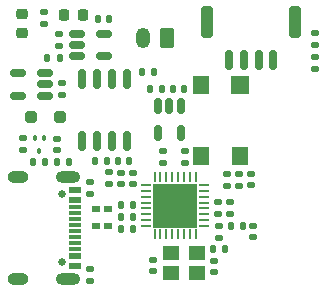
<source format=gts>
G04 #@! TF.GenerationSoftware,KiCad,Pcbnew,8.0.3*
G04 #@! TF.CreationDate,2024-07-04T09:42:52+02:00*
G04 #@! TF.ProjectId,ESP32-C3-V2,45535033-322d-4433-932d-56322e6b6963,rev?*
G04 #@! TF.SameCoordinates,Original*
G04 #@! TF.FileFunction,Soldermask,Top*
G04 #@! TF.FilePolarity,Negative*
%FSLAX46Y46*%
G04 Gerber Fmt 4.6, Leading zero omitted, Abs format (unit mm)*
G04 Created by KiCad (PCBNEW 8.0.3) date 2024-07-04 09:42:52*
%MOMM*%
%LPD*%
G01*
G04 APERTURE LIST*
G04 Aperture macros list*
%AMRoundRect*
0 Rectangle with rounded corners*
0 $1 Rounding radius*
0 $2 $3 $4 $5 $6 $7 $8 $9 X,Y pos of 4 corners*
0 Add a 4 corners polygon primitive as box body*
4,1,4,$2,$3,$4,$5,$6,$7,$8,$9,$2,$3,0*
0 Add four circle primitives for the rounded corners*
1,1,$1+$1,$2,$3*
1,1,$1+$1,$4,$5*
1,1,$1+$1,$6,$7*
1,1,$1+$1,$8,$9*
0 Add four rect primitives between the rounded corners*
20,1,$1+$1,$2,$3,$4,$5,0*
20,1,$1+$1,$4,$5,$6,$7,0*
20,1,$1+$1,$6,$7,$8,$9,0*
20,1,$1+$1,$8,$9,$2,$3,0*%
G04 Aperture macros list end*
%ADD10RoundRect,0.140000X-0.170000X0.140000X-0.170000X-0.140000X0.170000X-0.140000X0.170000X0.140000X0*%
%ADD11RoundRect,0.135000X-0.185000X0.135000X-0.185000X-0.135000X0.185000X-0.135000X0.185000X0.135000X0*%
%ADD12RoundRect,0.135000X-0.135000X-0.185000X0.135000X-0.185000X0.135000X0.185000X-0.135000X0.185000X0*%
%ADD13RoundRect,0.150000X0.150000X0.700000X-0.150000X0.700000X-0.150000X-0.700000X0.150000X-0.700000X0*%
%ADD14RoundRect,0.250000X0.250000X1.100000X-0.250000X1.100000X-0.250000X-1.100000X0.250000X-1.100000X0*%
%ADD15RoundRect,0.140000X-0.140000X-0.170000X0.140000X-0.170000X0.140000X0.170000X-0.140000X0.170000X0*%
%ADD16RoundRect,0.140000X0.170000X-0.140000X0.170000X0.140000X-0.170000X0.140000X-0.170000X-0.140000X0*%
%ADD17RoundRect,0.135000X0.135000X0.185000X-0.135000X0.185000X-0.135000X-0.185000X0.135000X-0.185000X0*%
%ADD18R,0.700000X0.600000*%
%ADD19RoundRect,0.218750X0.256250X-0.218750X0.256250X0.218750X-0.256250X0.218750X-0.256250X-0.218750X0*%
%ADD20C,0.660000*%
%ADD21R,1.140000X0.600000*%
%ADD22R,1.140000X0.300000*%
%ADD23O,2.100000X1.000000*%
%ADD24O,1.800000X1.000000*%
%ADD25RoundRect,0.250000X0.350000X0.625000X-0.350000X0.625000X-0.350000X-0.625000X0.350000X-0.625000X0*%
%ADD26O,1.200000X1.750000*%
%ADD27RoundRect,0.140000X0.140000X0.170000X-0.140000X0.170000X-0.140000X-0.170000X0.140000X-0.170000X0*%
%ADD28RoundRect,0.250000X0.250000X0.250000X-0.250000X0.250000X-0.250000X-0.250000X0.250000X-0.250000X0*%
%ADD29RoundRect,0.135000X0.185000X-0.135000X0.185000X0.135000X-0.185000X0.135000X-0.185000X-0.135000X0*%
%ADD30RoundRect,0.218750X0.218750X0.256250X-0.218750X0.256250X-0.218750X-0.256250X0.218750X-0.256250X0*%
%ADD31RoundRect,0.100000X-0.100000X0.125000X-0.100000X-0.125000X0.100000X-0.125000X0.100000X0.125000X0*%
%ADD32R,1.500000X1.500000*%
%ADD33R,1.400000X1.600000*%
%ADD34RoundRect,0.150000X-0.150000X0.512500X-0.150000X-0.512500X0.150000X-0.512500X0.150000X0.512500X0*%
%ADD35RoundRect,0.062500X0.337500X0.062500X-0.337500X0.062500X-0.337500X-0.062500X0.337500X-0.062500X0*%
%ADD36RoundRect,0.062500X0.062500X0.337500X-0.062500X0.337500X-0.062500X-0.337500X0.062500X-0.337500X0*%
%ADD37R,3.700000X3.700000*%
%ADD38RoundRect,0.150000X-0.512500X-0.150000X0.512500X-0.150000X0.512500X0.150000X-0.512500X0.150000X0*%
%ADD39R,1.400000X1.200000*%
%ADD40RoundRect,0.150000X0.150000X-0.675000X0.150000X0.675000X-0.150000X0.675000X-0.150000X-0.675000X0*%
%ADD41RoundRect,0.150000X0.512500X0.150000X-0.512500X0.150000X-0.512500X-0.150000X0.512500X-0.150000X0*%
G04 APERTURE END LIST*
D10*
G04 #@! TO.C,C3*
X54200000Y-7220000D03*
X54200000Y-8180000D03*
G04 #@! TD*
D11*
G04 #@! TO.C,R3*
X40400000Y-10890000D03*
X40400000Y-11910000D03*
G04 #@! TD*
D10*
G04 #@! TO.C,C5*
X48400000Y-920000D03*
X48400000Y-1880000D03*
G04 #@! TD*
D12*
G04 #@! TO.C,R14*
X37590000Y-1820000D03*
X38610000Y-1820000D03*
G04 #@! TD*
D11*
G04 #@! TO.C,R9*
X59400000Y9110000D03*
X59400000Y8090000D03*
G04 #@! TD*
G04 #@! TO.C,R5*
X42000000Y-2690000D03*
X42000000Y-3710000D03*
G04 #@! TD*
D13*
G04 #@! TO.C,J3*
X55900000Y6800000D03*
X54650000Y6800000D03*
X53400000Y6800000D03*
X52150000Y6800000D03*
D14*
X57750000Y10000000D03*
X50300000Y10000000D03*
G04 #@! TD*
D15*
G04 #@! TO.C,C1*
X50820000Y-9200000D03*
X51780000Y-9200000D03*
G04 #@! TD*
D16*
G04 #@! TO.C,C12*
X37600000Y-800000D03*
X37600000Y160000D03*
G04 #@! TD*
D10*
G04 #@! TO.C,C16*
X50900000Y-10190000D03*
X50900000Y-11150000D03*
G04 #@! TD*
D17*
G04 #@! TO.C,R12*
X44010000Y-5490000D03*
X42990000Y-5490000D03*
G04 #@! TD*
D16*
G04 #@! TO.C,C11*
X44000000Y-3680000D03*
X44000000Y-2720000D03*
G04 #@! TD*
G04 #@! TO.C,C13*
X43000000Y-3680000D03*
X43000000Y-2720000D03*
G04 #@! TD*
D18*
G04 #@! TO.C,D1*
X41900000Y-5790000D03*
X40900000Y-5790000D03*
X40900000Y-7190000D03*
X41900000Y-7190000D03*
G04 #@! TD*
D19*
G04 #@! TO.C,D2*
X34600000Y9112500D03*
X34600000Y10687500D03*
G04 #@! TD*
D10*
G04 #@! TO.C,C6*
X51300000Y-7270000D03*
X51300000Y-8230000D03*
G04 #@! TD*
D20*
G04 #@! TO.C,U1*
X38000000Y-4520000D03*
X38000000Y-10300000D03*
D21*
X39070000Y-4210000D03*
X39070000Y-5010000D03*
D22*
X39070000Y-6160000D03*
X39070000Y-7160000D03*
X39070000Y-7660000D03*
X39070000Y-8660000D03*
D21*
X39070000Y-9810000D03*
X39070000Y-10610000D03*
X39070000Y-10610000D03*
X39070000Y-9810000D03*
D22*
X39070000Y-9160000D03*
X39070000Y-8160000D03*
X39070000Y-6660000D03*
X39070000Y-5660000D03*
D21*
X39070000Y-5010000D03*
X39070000Y-4210000D03*
D23*
X38500000Y-3090000D03*
D24*
X34320000Y-3090000D03*
D23*
X38500000Y-11730000D03*
D24*
X34320000Y-11730000D03*
G04 #@! TD*
D12*
G04 #@! TO.C,R4*
X45490000Y4350000D03*
X46510000Y4350000D03*
G04 #@! TD*
D25*
G04 #@! TO.C,J2*
X46900000Y8650000D03*
D26*
X44900000Y8650000D03*
G04 #@! TD*
D17*
G04 #@! TO.C,R8*
X44000000Y-7500000D03*
X42980000Y-7500000D03*
G04 #@! TD*
D11*
G04 #@! TO.C,R1*
X53000000Y-2790000D03*
X53000000Y-3810000D03*
G04 #@! TD*
D27*
G04 #@! TO.C,C15*
X41980000Y10325000D03*
X41020000Y10325000D03*
G04 #@! TD*
G04 #@! TO.C,C8*
X43680000Y-1700000D03*
X42720000Y-1700000D03*
G04 #@! TD*
D17*
G04 #@! TO.C,R16*
X41810000Y-1700000D03*
X40790000Y-1700000D03*
G04 #@! TD*
D12*
G04 #@! TO.C,R13*
X35590000Y-1820000D03*
X36610000Y-1820000D03*
G04 #@! TD*
D11*
G04 #@! TO.C,R19*
X52000000Y-2790000D03*
X52000000Y-3810000D03*
G04 #@! TD*
D17*
G04 #@! TO.C,L1*
X53310000Y-7250000D03*
X52290000Y-7250000D03*
G04 #@! TD*
D28*
G04 #@! TO.C,D4*
X37850000Y2000000D03*
X35350000Y2000000D03*
G04 #@! TD*
D11*
G04 #@! TO.C,R15*
X34700000Y190000D03*
X34700000Y-830000D03*
G04 #@! TD*
D29*
G04 #@! TO.C,R2*
X40400000Y-4510000D03*
X40400000Y-3490000D03*
G04 #@! TD*
D30*
G04 #@! TO.C,D3*
X39787500Y10600000D03*
X38212500Y10600000D03*
G04 #@! TD*
D29*
G04 #@! TO.C,R11*
X36500000Y9890000D03*
X36500000Y10910000D03*
G04 #@! TD*
G04 #@! TO.C,R10*
X59400000Y6090000D03*
X59400000Y7110000D03*
G04 #@! TD*
D17*
G04 #@! TO.C,R17*
X37800000Y7005000D03*
X36780000Y7005000D03*
G04 #@! TD*
D31*
G04 #@! TO.C,Q1*
X36500000Y255000D03*
X35700000Y255000D03*
X36100000Y-895000D03*
G04 #@! TD*
D10*
G04 #@! TO.C,C18*
X37790000Y8985000D03*
X37790000Y8025000D03*
G04 #@! TD*
D32*
G04 #@! TO.C,SW2*
X53100000Y4700000D03*
D33*
X53100000Y-1300000D03*
X49800000Y4700000D03*
X49800000Y-1300000D03*
G04 #@! TD*
D16*
G04 #@! TO.C,C14*
X54000000Y-3780000D03*
X54000000Y-2820000D03*
G04 #@! TD*
D11*
G04 #@! TO.C,R6*
X46600000Y-890000D03*
X46600000Y-1910000D03*
G04 #@! TD*
D15*
G04 #@! TO.C,C9*
X44820000Y5800000D03*
X45780000Y5800000D03*
G04 #@! TD*
D17*
G04 #@! TO.C,R7*
X44010000Y-6490000D03*
X42990000Y-6490000D03*
G04 #@! TD*
D29*
G04 #@! TO.C,R18*
X38000000Y3840000D03*
X38000000Y4860000D03*
G04 #@! TD*
D34*
G04 #@! TO.C,U5*
X48050000Y2887500D03*
X47100000Y2887500D03*
X46150000Y2887500D03*
X46150000Y612500D03*
X48050000Y612500D03*
G04 #@! TD*
D10*
G04 #@! TO.C,C7*
X51250000Y-5220000D03*
X51250000Y-6180000D03*
G04 #@! TD*
D35*
G04 #@! TO.C,U3*
X50050000Y-7250000D03*
X50050000Y-6750000D03*
X50050000Y-6250000D03*
X50050000Y-5750000D03*
X50050000Y-5250000D03*
X50050000Y-4750000D03*
X50050000Y-4250000D03*
X50050000Y-3750000D03*
D36*
X49350000Y-3050000D03*
X48850000Y-3050000D03*
X48350000Y-3050000D03*
X47850000Y-3050000D03*
X47350000Y-3050000D03*
X46850000Y-3050000D03*
X46350000Y-3050000D03*
X45850000Y-3050000D03*
D35*
X45150000Y-3750000D03*
X45150000Y-4250000D03*
X45150000Y-4750000D03*
X45150000Y-5250000D03*
X45150000Y-5750000D03*
X45150000Y-6250000D03*
X45150000Y-6750000D03*
X45150000Y-7250000D03*
D36*
X45850000Y-7950000D03*
X46350000Y-7950000D03*
X46850000Y-7950000D03*
X47350000Y-7950000D03*
X47850000Y-7950000D03*
X48350000Y-7950000D03*
X48850000Y-7950000D03*
X49350000Y-7950000D03*
D37*
X47600000Y-5500000D03*
G04 #@! TD*
D10*
G04 #@! TO.C,C2*
X52200000Y-5220000D03*
X52200000Y-6180000D03*
G04 #@! TD*
D38*
G04 #@! TO.C,U6*
X39262500Y9050000D03*
X39262500Y8100000D03*
X39262500Y7150000D03*
X41537500Y7150000D03*
X41537500Y9050000D03*
G04 #@! TD*
D15*
G04 #@! TO.C,C4*
X47400000Y4350000D03*
X48360000Y4350000D03*
G04 #@! TD*
D39*
G04 #@! TO.C,Y1*
X49400000Y-9550000D03*
X47200000Y-9550000D03*
X47200000Y-11250000D03*
X49400000Y-11250000D03*
G04 #@! TD*
D40*
G04 #@! TO.C,U4*
X39695000Y-25000D03*
X40965000Y-25000D03*
X42235000Y-25000D03*
X43505000Y-25000D03*
X43505000Y5225000D03*
X42235000Y5225000D03*
X40965000Y5225000D03*
X39695000Y5225000D03*
G04 #@! TD*
D41*
G04 #@! TO.C,U2*
X36537500Y3800000D03*
X36537500Y4750000D03*
X36537500Y5700000D03*
X34262500Y5700000D03*
X34262500Y3800000D03*
G04 #@! TD*
D16*
G04 #@! TO.C,C17*
X45700000Y-11080000D03*
X45700000Y-10120000D03*
G04 #@! TD*
M02*

</source>
